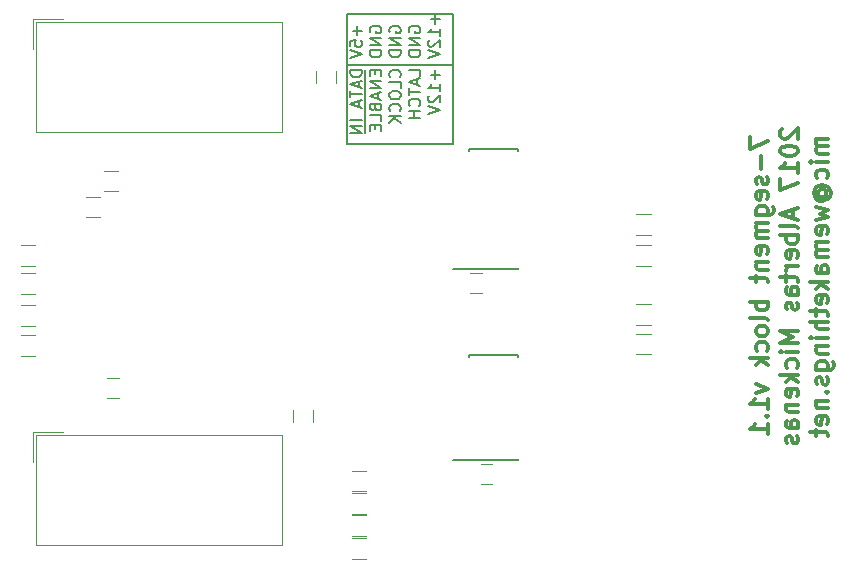
<source format=gbr>
%TF.GenerationSoftware,KiCad,Pcbnew,no-vcs-found-b05a40e~61~ubuntu16.04.1*%
%TF.CreationDate,2017-12-24T14:58:55+02:00*%
%TF.ProjectId,7-segment-block,372D7365676D656E742D626C6F636B2E,rev?*%
%TF.SameCoordinates,Original*%
%TF.FileFunction,Legend,Bot*%
%TF.FilePolarity,Positive*%
%FSLAX46Y46*%
G04 Gerber Fmt 4.6, Leading zero omitted, Abs format (unit mm)*
G04 Created by KiCad (PCBNEW no-vcs-found-b05a40e~61~ubuntu16.04.1) date Sun Dec 24 14:58:55 2017*
%MOMM*%
%LPD*%
G01*
G04 APERTURE LIST*
%ADD10C,0.300000*%
%ADD11C,0.200000*%
%ADD12C,0.150000*%
%ADD13C,0.120000*%
G04 APERTURE END LIST*
D10*
X196128571Y-55392857D02*
X196128571Y-56392857D01*
X197628571Y-55750000D01*
X197057142Y-56964285D02*
X197057142Y-58107142D01*
X197557142Y-58750000D02*
X197628571Y-58892857D01*
X197628571Y-59178571D01*
X197557142Y-59321428D01*
X197414285Y-59392857D01*
X197342857Y-59392857D01*
X197200000Y-59321428D01*
X197128571Y-59178571D01*
X197128571Y-58964285D01*
X197057142Y-58821428D01*
X196914285Y-58750000D01*
X196842857Y-58750000D01*
X196700000Y-58821428D01*
X196628571Y-58964285D01*
X196628571Y-59178571D01*
X196700000Y-59321428D01*
X197557142Y-60607142D02*
X197628571Y-60464285D01*
X197628571Y-60178571D01*
X197557142Y-60035714D01*
X197414285Y-59964285D01*
X196842857Y-59964285D01*
X196700000Y-60035714D01*
X196628571Y-60178571D01*
X196628571Y-60464285D01*
X196700000Y-60607142D01*
X196842857Y-60678571D01*
X196985714Y-60678571D01*
X197128571Y-59964285D01*
X196628571Y-61964285D02*
X197842857Y-61964285D01*
X197985714Y-61892857D01*
X198057142Y-61821428D01*
X198128571Y-61678571D01*
X198128571Y-61464285D01*
X198057142Y-61321428D01*
X197557142Y-61964285D02*
X197628571Y-61821428D01*
X197628571Y-61535714D01*
X197557142Y-61392857D01*
X197485714Y-61321428D01*
X197342857Y-61250000D01*
X196914285Y-61250000D01*
X196771428Y-61321428D01*
X196700000Y-61392857D01*
X196628571Y-61535714D01*
X196628571Y-61821428D01*
X196700000Y-61964285D01*
X197628571Y-62678571D02*
X196628571Y-62678571D01*
X196771428Y-62678571D02*
X196700000Y-62750000D01*
X196628571Y-62892857D01*
X196628571Y-63107142D01*
X196700000Y-63250000D01*
X196842857Y-63321428D01*
X197628571Y-63321428D01*
X196842857Y-63321428D02*
X196700000Y-63392857D01*
X196628571Y-63535714D01*
X196628571Y-63750000D01*
X196700000Y-63892857D01*
X196842857Y-63964285D01*
X197628571Y-63964285D01*
X197557142Y-65250000D02*
X197628571Y-65107142D01*
X197628571Y-64821428D01*
X197557142Y-64678571D01*
X197414285Y-64607142D01*
X196842857Y-64607142D01*
X196700000Y-64678571D01*
X196628571Y-64821428D01*
X196628571Y-65107142D01*
X196700000Y-65250000D01*
X196842857Y-65321428D01*
X196985714Y-65321428D01*
X197128571Y-64607142D01*
X196628571Y-65964285D02*
X197628571Y-65964285D01*
X196771428Y-65964285D02*
X196700000Y-66035714D01*
X196628571Y-66178571D01*
X196628571Y-66392857D01*
X196700000Y-66535714D01*
X196842857Y-66607142D01*
X197628571Y-66607142D01*
X196628571Y-67107142D02*
X196628571Y-67678571D01*
X196128571Y-67321428D02*
X197414285Y-67321428D01*
X197557142Y-67392857D01*
X197628571Y-67535714D01*
X197628571Y-67678571D01*
X197628571Y-69321428D02*
X196128571Y-69321428D01*
X196700000Y-69321428D02*
X196628571Y-69464285D01*
X196628571Y-69750000D01*
X196700000Y-69892857D01*
X196771428Y-69964285D01*
X196914285Y-70035714D01*
X197342857Y-70035714D01*
X197485714Y-69964285D01*
X197557142Y-69892857D01*
X197628571Y-69750000D01*
X197628571Y-69464285D01*
X197557142Y-69321428D01*
X197628571Y-70892857D02*
X197557142Y-70750000D01*
X197414285Y-70678571D01*
X196128571Y-70678571D01*
X197628571Y-71678571D02*
X197557142Y-71535714D01*
X197485714Y-71464285D01*
X197342857Y-71392857D01*
X196914285Y-71392857D01*
X196771428Y-71464285D01*
X196700000Y-71535714D01*
X196628571Y-71678571D01*
X196628571Y-71892857D01*
X196700000Y-72035714D01*
X196771428Y-72107142D01*
X196914285Y-72178571D01*
X197342857Y-72178571D01*
X197485714Y-72107142D01*
X197557142Y-72035714D01*
X197628571Y-71892857D01*
X197628571Y-71678571D01*
X197557142Y-73464285D02*
X197628571Y-73321428D01*
X197628571Y-73035714D01*
X197557142Y-72892857D01*
X197485714Y-72821428D01*
X197342857Y-72750000D01*
X196914285Y-72750000D01*
X196771428Y-72821428D01*
X196700000Y-72892857D01*
X196628571Y-73035714D01*
X196628571Y-73321428D01*
X196700000Y-73464285D01*
X197628571Y-74107142D02*
X196128571Y-74107142D01*
X197057142Y-74250000D02*
X197628571Y-74678571D01*
X196628571Y-74678571D02*
X197200000Y-74107142D01*
X196628571Y-76321428D02*
X197628571Y-76678571D01*
X196628571Y-77035714D01*
X197628571Y-78392857D02*
X197628571Y-77535714D01*
X197628571Y-77964285D02*
X196128571Y-77964285D01*
X196342857Y-77821428D01*
X196485714Y-77678571D01*
X196557142Y-77535714D01*
X197485714Y-79035714D02*
X197557142Y-79107142D01*
X197628571Y-79035714D01*
X197557142Y-78964285D01*
X197485714Y-79035714D01*
X197628571Y-79035714D01*
X197628571Y-80535714D02*
X197628571Y-79678571D01*
X197628571Y-80107142D02*
X196128571Y-80107142D01*
X196342857Y-79964285D01*
X196485714Y-79821428D01*
X196557142Y-79678571D01*
X198821428Y-54678571D02*
X198750000Y-54750000D01*
X198678571Y-54892857D01*
X198678571Y-55250000D01*
X198750000Y-55392857D01*
X198821428Y-55464285D01*
X198964285Y-55535714D01*
X199107142Y-55535714D01*
X199321428Y-55464285D01*
X200178571Y-54607142D01*
X200178571Y-55535714D01*
X198678571Y-56464285D02*
X198678571Y-56607142D01*
X198750000Y-56750000D01*
X198821428Y-56821428D01*
X198964285Y-56892857D01*
X199250000Y-56964285D01*
X199607142Y-56964285D01*
X199892857Y-56892857D01*
X200035714Y-56821428D01*
X200107142Y-56750000D01*
X200178571Y-56607142D01*
X200178571Y-56464285D01*
X200107142Y-56321428D01*
X200035714Y-56250000D01*
X199892857Y-56178571D01*
X199607142Y-56107142D01*
X199250000Y-56107142D01*
X198964285Y-56178571D01*
X198821428Y-56250000D01*
X198750000Y-56321428D01*
X198678571Y-56464285D01*
X200178571Y-58392857D02*
X200178571Y-57535714D01*
X200178571Y-57964285D02*
X198678571Y-57964285D01*
X198892857Y-57821428D01*
X199035714Y-57678571D01*
X199107142Y-57535714D01*
X198678571Y-58892857D02*
X198678571Y-59892857D01*
X200178571Y-59250000D01*
X199750000Y-61535714D02*
X199750000Y-62250000D01*
X200178571Y-61392857D02*
X198678571Y-61892857D01*
X200178571Y-62392857D01*
X200178571Y-63107142D02*
X200107142Y-62964285D01*
X199964285Y-62892857D01*
X198678571Y-62892857D01*
X200178571Y-63678571D02*
X198678571Y-63678571D01*
X199250000Y-63678571D02*
X199178571Y-63821428D01*
X199178571Y-64107142D01*
X199250000Y-64250000D01*
X199321428Y-64321428D01*
X199464285Y-64392857D01*
X199892857Y-64392857D01*
X200035714Y-64321428D01*
X200107142Y-64250000D01*
X200178571Y-64107142D01*
X200178571Y-63821428D01*
X200107142Y-63678571D01*
X200107142Y-65607142D02*
X200178571Y-65464285D01*
X200178571Y-65178571D01*
X200107142Y-65035714D01*
X199964285Y-64964285D01*
X199392857Y-64964285D01*
X199250000Y-65035714D01*
X199178571Y-65178571D01*
X199178571Y-65464285D01*
X199250000Y-65607142D01*
X199392857Y-65678571D01*
X199535714Y-65678571D01*
X199678571Y-64964285D01*
X200178571Y-66321428D02*
X199178571Y-66321428D01*
X199464285Y-66321428D02*
X199321428Y-66392857D01*
X199250000Y-66464285D01*
X199178571Y-66607142D01*
X199178571Y-66750000D01*
X199178571Y-67035714D02*
X199178571Y-67607142D01*
X198678571Y-67250000D02*
X199964285Y-67250000D01*
X200107142Y-67321428D01*
X200178571Y-67464285D01*
X200178571Y-67607142D01*
X200178571Y-68750000D02*
X199392857Y-68750000D01*
X199250000Y-68678571D01*
X199178571Y-68535714D01*
X199178571Y-68250000D01*
X199250000Y-68107142D01*
X200107142Y-68750000D02*
X200178571Y-68607142D01*
X200178571Y-68250000D01*
X200107142Y-68107142D01*
X199964285Y-68035714D01*
X199821428Y-68035714D01*
X199678571Y-68107142D01*
X199607142Y-68250000D01*
X199607142Y-68607142D01*
X199535714Y-68750000D01*
X200107142Y-69392857D02*
X200178571Y-69535714D01*
X200178571Y-69821428D01*
X200107142Y-69964285D01*
X199964285Y-70035714D01*
X199892857Y-70035714D01*
X199750000Y-69964285D01*
X199678571Y-69821428D01*
X199678571Y-69607142D01*
X199607142Y-69464285D01*
X199464285Y-69392857D01*
X199392857Y-69392857D01*
X199250000Y-69464285D01*
X199178571Y-69607142D01*
X199178571Y-69821428D01*
X199250000Y-69964285D01*
X200178571Y-71821428D02*
X198678571Y-71821428D01*
X199750000Y-72321428D01*
X198678571Y-72821428D01*
X200178571Y-72821428D01*
X200178571Y-73535714D02*
X199178571Y-73535714D01*
X198678571Y-73535714D02*
X198750000Y-73464285D01*
X198821428Y-73535714D01*
X198750000Y-73607142D01*
X198678571Y-73535714D01*
X198821428Y-73535714D01*
X200107142Y-74892857D02*
X200178571Y-74750000D01*
X200178571Y-74464285D01*
X200107142Y-74321428D01*
X200035714Y-74250000D01*
X199892857Y-74178571D01*
X199464285Y-74178571D01*
X199321428Y-74250000D01*
X199250000Y-74321428D01*
X199178571Y-74464285D01*
X199178571Y-74750000D01*
X199250000Y-74892857D01*
X200178571Y-75535714D02*
X198678571Y-75535714D01*
X199607142Y-75678571D02*
X200178571Y-76107142D01*
X199178571Y-76107142D02*
X199750000Y-75535714D01*
X200107142Y-77321428D02*
X200178571Y-77178571D01*
X200178571Y-76892857D01*
X200107142Y-76750000D01*
X199964285Y-76678571D01*
X199392857Y-76678571D01*
X199250000Y-76750000D01*
X199178571Y-76892857D01*
X199178571Y-77178571D01*
X199250000Y-77321428D01*
X199392857Y-77392857D01*
X199535714Y-77392857D01*
X199678571Y-76678571D01*
X199178571Y-78035714D02*
X200178571Y-78035714D01*
X199321428Y-78035714D02*
X199250000Y-78107142D01*
X199178571Y-78250000D01*
X199178571Y-78464285D01*
X199250000Y-78607142D01*
X199392857Y-78678571D01*
X200178571Y-78678571D01*
X200178571Y-80035714D02*
X199392857Y-80035714D01*
X199250000Y-79964285D01*
X199178571Y-79821428D01*
X199178571Y-79535714D01*
X199250000Y-79392857D01*
X200107142Y-80035714D02*
X200178571Y-79892857D01*
X200178571Y-79535714D01*
X200107142Y-79392857D01*
X199964285Y-79321428D01*
X199821428Y-79321428D01*
X199678571Y-79392857D01*
X199607142Y-79535714D01*
X199607142Y-79892857D01*
X199535714Y-80035714D01*
X200107142Y-80678571D02*
X200178571Y-80821428D01*
X200178571Y-81107142D01*
X200107142Y-81250000D01*
X199964285Y-81321428D01*
X199892857Y-81321428D01*
X199750000Y-81250000D01*
X199678571Y-81107142D01*
X199678571Y-80892857D01*
X199607142Y-80750000D01*
X199464285Y-80678571D01*
X199392857Y-80678571D01*
X199250000Y-80750000D01*
X199178571Y-80892857D01*
X199178571Y-81107142D01*
X199250000Y-81250000D01*
X202728571Y-55500000D02*
X201728571Y-55500000D01*
X201871428Y-55500000D02*
X201800000Y-55571428D01*
X201728571Y-55714285D01*
X201728571Y-55928571D01*
X201800000Y-56071428D01*
X201942857Y-56142857D01*
X202728571Y-56142857D01*
X201942857Y-56142857D02*
X201800000Y-56214285D01*
X201728571Y-56357142D01*
X201728571Y-56571428D01*
X201800000Y-56714285D01*
X201942857Y-56785714D01*
X202728571Y-56785714D01*
X202728571Y-57500000D02*
X201728571Y-57500000D01*
X201228571Y-57500000D02*
X201300000Y-57428571D01*
X201371428Y-57500000D01*
X201300000Y-57571428D01*
X201228571Y-57500000D01*
X201371428Y-57500000D01*
X202657142Y-58857142D02*
X202728571Y-58714285D01*
X202728571Y-58428571D01*
X202657142Y-58285714D01*
X202585714Y-58214285D01*
X202442857Y-58142857D01*
X202014285Y-58142857D01*
X201871428Y-58214285D01*
X201800000Y-58285714D01*
X201728571Y-58428571D01*
X201728571Y-58714285D01*
X201800000Y-58857142D01*
X202014285Y-60428571D02*
X201942857Y-60357142D01*
X201871428Y-60214285D01*
X201871428Y-60071428D01*
X201942857Y-59928571D01*
X202014285Y-59857142D01*
X202157142Y-59785714D01*
X202300000Y-59785714D01*
X202442857Y-59857142D01*
X202514285Y-59928571D01*
X202585714Y-60071428D01*
X202585714Y-60214285D01*
X202514285Y-60357142D01*
X202442857Y-60428571D01*
X201871428Y-60428571D02*
X202442857Y-60428571D01*
X202514285Y-60500000D01*
X202514285Y-60571428D01*
X202442857Y-60714285D01*
X202300000Y-60785714D01*
X201942857Y-60785714D01*
X201728571Y-60642857D01*
X201585714Y-60428571D01*
X201514285Y-60142857D01*
X201585714Y-59857142D01*
X201728571Y-59642857D01*
X201942857Y-59500000D01*
X202228571Y-59428571D01*
X202514285Y-59500000D01*
X202728571Y-59642857D01*
X202871428Y-59857142D01*
X202942857Y-60142857D01*
X202871428Y-60428571D01*
X202728571Y-60642857D01*
X201728571Y-61285714D02*
X202728571Y-61571428D01*
X202014285Y-61857142D01*
X202728571Y-62142857D01*
X201728571Y-62428571D01*
X202657142Y-63571428D02*
X202728571Y-63428571D01*
X202728571Y-63142857D01*
X202657142Y-63000000D01*
X202514285Y-62928571D01*
X201942857Y-62928571D01*
X201800000Y-63000000D01*
X201728571Y-63142857D01*
X201728571Y-63428571D01*
X201800000Y-63571428D01*
X201942857Y-63642857D01*
X202085714Y-63642857D01*
X202228571Y-62928571D01*
X202728571Y-64285714D02*
X201728571Y-64285714D01*
X201871428Y-64285714D02*
X201800000Y-64357142D01*
X201728571Y-64500000D01*
X201728571Y-64714285D01*
X201800000Y-64857142D01*
X201942857Y-64928571D01*
X202728571Y-64928571D01*
X201942857Y-64928571D02*
X201800000Y-65000000D01*
X201728571Y-65142857D01*
X201728571Y-65357142D01*
X201800000Y-65500000D01*
X201942857Y-65571428D01*
X202728571Y-65571428D01*
X202728571Y-66928571D02*
X201942857Y-66928571D01*
X201800000Y-66857142D01*
X201728571Y-66714285D01*
X201728571Y-66428571D01*
X201800000Y-66285714D01*
X202657142Y-66928571D02*
X202728571Y-66785714D01*
X202728571Y-66428571D01*
X202657142Y-66285714D01*
X202514285Y-66214285D01*
X202371428Y-66214285D01*
X202228571Y-66285714D01*
X202157142Y-66428571D01*
X202157142Y-66785714D01*
X202085714Y-66928571D01*
X202728571Y-67642857D02*
X201228571Y-67642857D01*
X202157142Y-67785714D02*
X202728571Y-68214285D01*
X201728571Y-68214285D02*
X202300000Y-67642857D01*
X202657142Y-69428571D02*
X202728571Y-69285714D01*
X202728571Y-69000000D01*
X202657142Y-68857142D01*
X202514285Y-68785714D01*
X201942857Y-68785714D01*
X201800000Y-68857142D01*
X201728571Y-69000000D01*
X201728571Y-69285714D01*
X201800000Y-69428571D01*
X201942857Y-69500000D01*
X202085714Y-69500000D01*
X202228571Y-68785714D01*
X201728571Y-69928571D02*
X201728571Y-70500000D01*
X201228571Y-70142857D02*
X202514285Y-70142857D01*
X202657142Y-70214285D01*
X202728571Y-70357142D01*
X202728571Y-70500000D01*
X202728571Y-71000000D02*
X201228571Y-71000000D01*
X202728571Y-71642857D02*
X201942857Y-71642857D01*
X201800000Y-71571428D01*
X201728571Y-71428571D01*
X201728571Y-71214285D01*
X201800000Y-71071428D01*
X201871428Y-71000000D01*
X202728571Y-72357142D02*
X201728571Y-72357142D01*
X201228571Y-72357142D02*
X201300000Y-72285714D01*
X201371428Y-72357142D01*
X201300000Y-72428571D01*
X201228571Y-72357142D01*
X201371428Y-72357142D01*
X201728571Y-73071428D02*
X202728571Y-73071428D01*
X201871428Y-73071428D02*
X201800000Y-73142857D01*
X201728571Y-73285714D01*
X201728571Y-73500000D01*
X201800000Y-73642857D01*
X201942857Y-73714285D01*
X202728571Y-73714285D01*
X201728571Y-75071428D02*
X202942857Y-75071428D01*
X203085714Y-75000000D01*
X203157142Y-74928571D01*
X203228571Y-74785714D01*
X203228571Y-74571428D01*
X203157142Y-74428571D01*
X202657142Y-75071428D02*
X202728571Y-74928571D01*
X202728571Y-74642857D01*
X202657142Y-74500000D01*
X202585714Y-74428571D01*
X202442857Y-74357142D01*
X202014285Y-74357142D01*
X201871428Y-74428571D01*
X201800000Y-74500000D01*
X201728571Y-74642857D01*
X201728571Y-74928571D01*
X201800000Y-75071428D01*
X202657142Y-75714285D02*
X202728571Y-75857142D01*
X202728571Y-76142857D01*
X202657142Y-76285714D01*
X202514285Y-76357142D01*
X202442857Y-76357142D01*
X202300000Y-76285714D01*
X202228571Y-76142857D01*
X202228571Y-75928571D01*
X202157142Y-75785714D01*
X202014285Y-75714285D01*
X201942857Y-75714285D01*
X201800000Y-75785714D01*
X201728571Y-75928571D01*
X201728571Y-76142857D01*
X201800000Y-76285714D01*
X202585714Y-77000000D02*
X202657142Y-77071428D01*
X202728571Y-77000000D01*
X202657142Y-76928571D01*
X202585714Y-77000000D01*
X202728571Y-77000000D01*
X201728571Y-77714285D02*
X202728571Y-77714285D01*
X201871428Y-77714285D02*
X201800000Y-77785714D01*
X201728571Y-77928571D01*
X201728571Y-78142857D01*
X201800000Y-78285714D01*
X201942857Y-78357142D01*
X202728571Y-78357142D01*
X202657142Y-79642857D02*
X202728571Y-79500000D01*
X202728571Y-79214285D01*
X202657142Y-79071428D01*
X202514285Y-79000000D01*
X201942857Y-79000000D01*
X201800000Y-79071428D01*
X201728571Y-79214285D01*
X201728571Y-79500000D01*
X201800000Y-79642857D01*
X201942857Y-79714285D01*
X202085714Y-79714285D01*
X202228571Y-79000000D01*
X201728571Y-80142857D02*
X201728571Y-80714285D01*
X201228571Y-80357142D02*
X202514285Y-80357142D01*
X202657142Y-80428571D01*
X202728571Y-80571428D01*
X202728571Y-80714285D01*
D11*
X162000000Y-49250000D02*
X171000000Y-49250000D01*
X162000000Y-56000000D02*
X162000000Y-45000000D01*
X171000000Y-56000000D02*
X162000000Y-56000000D01*
X171000000Y-45000000D02*
X171000000Y-56000000D01*
X170000000Y-45000000D02*
X171000000Y-45000000D01*
X162000000Y-45000000D02*
X170000000Y-45000000D01*
D12*
X163252380Y-49735595D02*
X162252380Y-49735595D01*
X162252380Y-49973690D01*
X162300000Y-50116547D01*
X162395238Y-50211785D01*
X162490476Y-50259404D01*
X162680952Y-50307023D01*
X162823809Y-50307023D01*
X163014285Y-50259404D01*
X163109523Y-50211785D01*
X163204761Y-50116547D01*
X163252380Y-49973690D01*
X163252380Y-49735595D01*
X162966666Y-50687976D02*
X162966666Y-51164166D01*
X163252380Y-50592738D02*
X162252380Y-50926071D01*
X163252380Y-51259404D01*
X162252380Y-51449880D02*
X162252380Y-52021309D01*
X163252380Y-51735595D02*
X162252380Y-51735595D01*
X162966666Y-52307023D02*
X162966666Y-52783214D01*
X163252380Y-52211785D02*
X162252380Y-52545119D01*
X163252380Y-52878452D01*
X163252380Y-53973690D02*
X162252380Y-53973690D01*
X163252380Y-54449880D02*
X162252380Y-54449880D01*
X163252380Y-55021309D01*
X162252380Y-55021309D01*
X163535000Y-49674375D02*
X163535000Y-50402261D01*
X164378571Y-49735595D02*
X164378571Y-50068928D01*
X164902380Y-50211785D02*
X164902380Y-49735595D01*
X163902380Y-49735595D01*
X163902380Y-50211785D01*
X163535000Y-50402261D02*
X163535000Y-51449880D01*
X164902380Y-50640357D02*
X163902380Y-50640357D01*
X164902380Y-51211785D01*
X163902380Y-51211785D01*
X163535000Y-51449880D02*
X163535000Y-52307023D01*
X164616666Y-51640357D02*
X164616666Y-52116547D01*
X164902380Y-51545119D02*
X163902380Y-51878452D01*
X164902380Y-52211785D01*
X163535000Y-52307023D02*
X163535000Y-53307023D01*
X164378571Y-52878452D02*
X164426190Y-53021309D01*
X164473809Y-53068928D01*
X164569047Y-53116547D01*
X164711904Y-53116547D01*
X164807142Y-53068928D01*
X164854761Y-53021309D01*
X164902380Y-52926071D01*
X164902380Y-52545119D01*
X163902380Y-52545119D01*
X163902380Y-52878452D01*
X163950000Y-52973690D01*
X163997619Y-53021309D01*
X164092857Y-53068928D01*
X164188095Y-53068928D01*
X164283333Y-53021309D01*
X164330952Y-52973690D01*
X164378571Y-52878452D01*
X164378571Y-52545119D01*
X163535000Y-53307023D02*
X163535000Y-54116547D01*
X164902380Y-54021309D02*
X164902380Y-53545119D01*
X163902380Y-53545119D01*
X163535000Y-54116547D02*
X163535000Y-55021309D01*
X164378571Y-54354642D02*
X164378571Y-54687976D01*
X164902380Y-54830833D02*
X164902380Y-54354642D01*
X163902380Y-54354642D01*
X163902380Y-54830833D01*
X166457142Y-50307023D02*
X166504761Y-50259404D01*
X166552380Y-50116547D01*
X166552380Y-50021309D01*
X166504761Y-49878452D01*
X166409523Y-49783214D01*
X166314285Y-49735595D01*
X166123809Y-49687976D01*
X165980952Y-49687976D01*
X165790476Y-49735595D01*
X165695238Y-49783214D01*
X165600000Y-49878452D01*
X165552380Y-50021309D01*
X165552380Y-50116547D01*
X165600000Y-50259404D01*
X165647619Y-50307023D01*
X166552380Y-51211785D02*
X166552380Y-50735595D01*
X165552380Y-50735595D01*
X165552380Y-51735595D02*
X165552380Y-51926071D01*
X165600000Y-52021309D01*
X165695238Y-52116547D01*
X165885714Y-52164166D01*
X166219047Y-52164166D01*
X166409523Y-52116547D01*
X166504761Y-52021309D01*
X166552380Y-51926071D01*
X166552380Y-51735595D01*
X166504761Y-51640357D01*
X166409523Y-51545119D01*
X166219047Y-51497500D01*
X165885714Y-51497500D01*
X165695238Y-51545119D01*
X165600000Y-51640357D01*
X165552380Y-51735595D01*
X166457142Y-53164166D02*
X166504761Y-53116547D01*
X166552380Y-52973690D01*
X166552380Y-52878452D01*
X166504761Y-52735595D01*
X166409523Y-52640357D01*
X166314285Y-52592738D01*
X166123809Y-52545119D01*
X165980952Y-52545119D01*
X165790476Y-52592738D01*
X165695238Y-52640357D01*
X165600000Y-52735595D01*
X165552380Y-52878452D01*
X165552380Y-52973690D01*
X165600000Y-53116547D01*
X165647619Y-53164166D01*
X166552380Y-53592738D02*
X165552380Y-53592738D01*
X166552380Y-54164166D02*
X165980952Y-53735595D01*
X165552380Y-54164166D02*
X166123809Y-53592738D01*
X168202380Y-50211785D02*
X168202380Y-49735595D01*
X167202380Y-49735595D01*
X167916666Y-50497500D02*
X167916666Y-50973690D01*
X168202380Y-50402261D02*
X167202380Y-50735595D01*
X168202380Y-51068928D01*
X167202380Y-51259404D02*
X167202380Y-51830833D01*
X168202380Y-51545119D02*
X167202380Y-51545119D01*
X168107142Y-52735595D02*
X168154761Y-52687976D01*
X168202380Y-52545119D01*
X168202380Y-52449880D01*
X168154761Y-52307023D01*
X168059523Y-52211785D01*
X167964285Y-52164166D01*
X167773809Y-52116547D01*
X167630952Y-52116547D01*
X167440476Y-52164166D01*
X167345238Y-52211785D01*
X167250000Y-52307023D01*
X167202380Y-52449880D01*
X167202380Y-52545119D01*
X167250000Y-52687976D01*
X167297619Y-52735595D01*
X168202380Y-53164166D02*
X167202380Y-53164166D01*
X167678571Y-53164166D02*
X167678571Y-53735595D01*
X168202380Y-53735595D02*
X167202380Y-53735595D01*
X169471428Y-49735595D02*
X169471428Y-50497500D01*
X169852380Y-50116547D02*
X169090476Y-50116547D01*
X169852380Y-51497500D02*
X169852380Y-50926071D01*
X169852380Y-51211785D02*
X168852380Y-51211785D01*
X168995238Y-51116547D01*
X169090476Y-51021309D01*
X169138095Y-50926071D01*
X168947619Y-51878452D02*
X168900000Y-51926071D01*
X168852380Y-52021309D01*
X168852380Y-52259404D01*
X168900000Y-52354642D01*
X168947619Y-52402261D01*
X169042857Y-52449880D01*
X169138095Y-52449880D01*
X169280952Y-52402261D01*
X169852380Y-51830833D01*
X169852380Y-52449880D01*
X168852380Y-52735595D02*
X169852380Y-53068928D01*
X168852380Y-53402261D01*
X162871428Y-45992976D02*
X162871428Y-46754880D01*
X163252380Y-46373928D02*
X162490476Y-46373928D01*
X162252380Y-47707261D02*
X162252380Y-47231071D01*
X162728571Y-47183452D01*
X162680952Y-47231071D01*
X162633333Y-47326309D01*
X162633333Y-47564404D01*
X162680952Y-47659642D01*
X162728571Y-47707261D01*
X162823809Y-47754880D01*
X163061904Y-47754880D01*
X163157142Y-47707261D01*
X163204761Y-47659642D01*
X163252380Y-47564404D01*
X163252380Y-47326309D01*
X163204761Y-47231071D01*
X163157142Y-47183452D01*
X162252380Y-48040595D02*
X163252380Y-48373928D01*
X162252380Y-48707261D01*
X163950000Y-46516785D02*
X163902380Y-46421547D01*
X163902380Y-46278690D01*
X163950000Y-46135833D01*
X164045238Y-46040595D01*
X164140476Y-45992976D01*
X164330952Y-45945357D01*
X164473809Y-45945357D01*
X164664285Y-45992976D01*
X164759523Y-46040595D01*
X164854761Y-46135833D01*
X164902380Y-46278690D01*
X164902380Y-46373928D01*
X164854761Y-46516785D01*
X164807142Y-46564404D01*
X164473809Y-46564404D01*
X164473809Y-46373928D01*
X164902380Y-46992976D02*
X163902380Y-46992976D01*
X164902380Y-47564404D01*
X163902380Y-47564404D01*
X164902380Y-48040595D02*
X163902380Y-48040595D01*
X163902380Y-48278690D01*
X163950000Y-48421547D01*
X164045238Y-48516785D01*
X164140476Y-48564404D01*
X164330952Y-48612023D01*
X164473809Y-48612023D01*
X164664285Y-48564404D01*
X164759523Y-48516785D01*
X164854761Y-48421547D01*
X164902380Y-48278690D01*
X164902380Y-48040595D01*
X165600000Y-46516785D02*
X165552380Y-46421547D01*
X165552380Y-46278690D01*
X165600000Y-46135833D01*
X165695238Y-46040595D01*
X165790476Y-45992976D01*
X165980952Y-45945357D01*
X166123809Y-45945357D01*
X166314285Y-45992976D01*
X166409523Y-46040595D01*
X166504761Y-46135833D01*
X166552380Y-46278690D01*
X166552380Y-46373928D01*
X166504761Y-46516785D01*
X166457142Y-46564404D01*
X166123809Y-46564404D01*
X166123809Y-46373928D01*
X166552380Y-46992976D02*
X165552380Y-46992976D01*
X166552380Y-47564404D01*
X165552380Y-47564404D01*
X166552380Y-48040595D02*
X165552380Y-48040595D01*
X165552380Y-48278690D01*
X165600000Y-48421547D01*
X165695238Y-48516785D01*
X165790476Y-48564404D01*
X165980952Y-48612023D01*
X166123809Y-48612023D01*
X166314285Y-48564404D01*
X166409523Y-48516785D01*
X166504761Y-48421547D01*
X166552380Y-48278690D01*
X166552380Y-48040595D01*
X167250000Y-46516785D02*
X167202380Y-46421547D01*
X167202380Y-46278690D01*
X167250000Y-46135833D01*
X167345238Y-46040595D01*
X167440476Y-45992976D01*
X167630952Y-45945357D01*
X167773809Y-45945357D01*
X167964285Y-45992976D01*
X168059523Y-46040595D01*
X168154761Y-46135833D01*
X168202380Y-46278690D01*
X168202380Y-46373928D01*
X168154761Y-46516785D01*
X168107142Y-46564404D01*
X167773809Y-46564404D01*
X167773809Y-46373928D01*
X168202380Y-46992976D02*
X167202380Y-46992976D01*
X168202380Y-47564404D01*
X167202380Y-47564404D01*
X168202380Y-48040595D02*
X167202380Y-48040595D01*
X167202380Y-48278690D01*
X167250000Y-48421547D01*
X167345238Y-48516785D01*
X167440476Y-48564404D01*
X167630952Y-48612023D01*
X167773809Y-48612023D01*
X167964285Y-48564404D01*
X168059523Y-48516785D01*
X168154761Y-48421547D01*
X168202380Y-48278690D01*
X168202380Y-48040595D01*
X169471428Y-45040595D02*
X169471428Y-45802500D01*
X169852380Y-45421547D02*
X169090476Y-45421547D01*
X169852380Y-46802500D02*
X169852380Y-46231071D01*
X169852380Y-46516785D02*
X168852380Y-46516785D01*
X168995238Y-46421547D01*
X169090476Y-46326309D01*
X169138095Y-46231071D01*
X168947619Y-47183452D02*
X168900000Y-47231071D01*
X168852380Y-47326309D01*
X168852380Y-47564404D01*
X168900000Y-47659642D01*
X168947619Y-47707261D01*
X169042857Y-47754880D01*
X169138095Y-47754880D01*
X169280952Y-47707261D01*
X169852380Y-47135833D01*
X169852380Y-47754880D01*
X168852380Y-48040595D02*
X169852380Y-48373928D01*
X168852380Y-48707261D01*
D13*
%TO.C,R14*%
X141100000Y-60420000D02*
X139900000Y-60420000D01*
X139900000Y-62180000D02*
X141100000Y-62180000D01*
%TO.C,J1*%
X135400000Y-80345000D02*
X135400000Y-82885000D01*
X135400000Y-80345000D02*
X137940000Y-80345000D01*
X135650000Y-80595000D02*
X135650000Y-89945000D01*
X156510000Y-80595000D02*
X135650000Y-80595000D01*
X156510000Y-89945000D02*
X156510000Y-80595000D01*
X135650000Y-89945000D02*
X156510000Y-89945000D01*
%TO.C,C4*%
X159350000Y-50800000D02*
X159350000Y-49800000D01*
X161050000Y-49800000D02*
X161050000Y-50800000D01*
%TO.C,C5*%
X142700000Y-77450000D02*
X141700000Y-77450000D01*
X141700000Y-75750000D02*
X142700000Y-75750000D01*
%TO.C,C6*%
X157450000Y-79500000D02*
X157450000Y-78500000D01*
X159150000Y-78500000D02*
X159150000Y-79500000D01*
%TO.C,R13*%
X142600000Y-58220000D02*
X141400000Y-58220000D01*
X141400000Y-59980000D02*
X142600000Y-59980000D01*
%TO.C,C2*%
X174300000Y-84750000D02*
X173300000Y-84750000D01*
X173300000Y-83050000D02*
X174300000Y-83050000D01*
%TO.C,R9*%
X162400000Y-91070000D02*
X163600000Y-91070000D01*
X163600000Y-89310000D02*
X162400000Y-89310000D01*
%TO.C,R11*%
X163600000Y-85510000D02*
X162400000Y-85510000D01*
X162400000Y-87270000D02*
X163600000Y-87270000D01*
%TO.C,R12*%
X162400000Y-85370000D02*
X163600000Y-85370000D01*
X163600000Y-83610000D02*
X162400000Y-83610000D01*
%TO.C,R10*%
X163600000Y-87410000D02*
X162400000Y-87410000D01*
X162400000Y-89170000D02*
X163600000Y-89170000D01*
D12*
%TO.C,U2*%
X172325000Y-82725000D02*
X170950000Y-82725000D01*
X172325000Y-73850000D02*
X176475000Y-73850000D01*
X172325000Y-82750000D02*
X176475000Y-82750000D01*
X172325000Y-73850000D02*
X172325000Y-73965000D01*
X176475000Y-73850000D02*
X176475000Y-73965000D01*
X176475000Y-82750000D02*
X176475000Y-82635000D01*
X172325000Y-82750000D02*
X172325000Y-82725000D01*
D13*
%TO.C,C1*%
X172400000Y-66850000D02*
X173400000Y-66850000D01*
X173400000Y-68550000D02*
X172400000Y-68550000D01*
%TO.C,R8*%
X186500000Y-73780000D02*
X187700000Y-73780000D01*
X187700000Y-72020000D02*
X186500000Y-72020000D01*
%TO.C,R5*%
X187700000Y-61920000D02*
X186500000Y-61920000D01*
X186500000Y-63680000D02*
X187700000Y-63680000D01*
%TO.C,R4*%
X135600000Y-64520000D02*
X134400000Y-64520000D01*
X134400000Y-66280000D02*
X135600000Y-66280000D01*
%TO.C,R3*%
X134400000Y-68680000D02*
X135600000Y-68680000D01*
X135600000Y-66920000D02*
X134400000Y-66920000D01*
%TO.C,R2*%
X135600000Y-69620000D02*
X134400000Y-69620000D01*
X134400000Y-71380000D02*
X135600000Y-71380000D01*
%TO.C,R1*%
X134400000Y-73880000D02*
X135600000Y-73880000D01*
X135600000Y-72120000D02*
X134400000Y-72120000D01*
%TO.C,R6*%
X186500000Y-66280000D02*
X187700000Y-66280000D01*
X187700000Y-64520000D02*
X186500000Y-64520000D01*
%TO.C,R7*%
X187700000Y-69520000D02*
X186500000Y-69520000D01*
X186500000Y-71280000D02*
X187700000Y-71280000D01*
%TO.C,J2*%
X135650000Y-54945000D02*
X156510000Y-54945000D01*
X156510000Y-54945000D02*
X156510000Y-45595000D01*
X156510000Y-45595000D02*
X135650000Y-45595000D01*
X135650000Y-45595000D02*
X135650000Y-54945000D01*
X135400000Y-45345000D02*
X137940000Y-45345000D01*
X135400000Y-45345000D02*
X135400000Y-47885000D01*
D12*
%TO.C,U1*%
X172325000Y-66550000D02*
X170950000Y-66550000D01*
X172325000Y-56425000D02*
X176475000Y-56425000D01*
X172325000Y-66575000D02*
X176475000Y-66575000D01*
X172325000Y-56425000D02*
X172325000Y-56530000D01*
X176475000Y-56425000D02*
X176475000Y-56530000D01*
X176475000Y-66575000D02*
X176475000Y-66470000D01*
X172325000Y-66575000D02*
X172325000Y-66550000D01*
%TD*%
M02*

</source>
